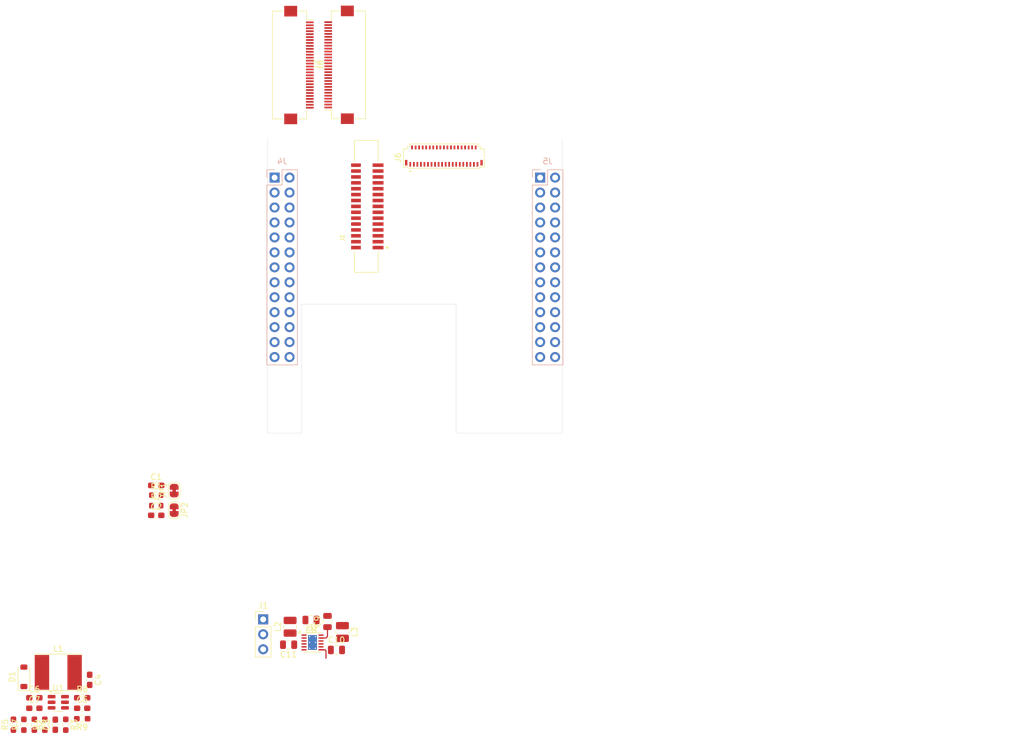
<source format=kicad_pcb>
(kicad_pcb (version 20241229) (generator "pcbnew") (generator_version "9.0")
  (title_block (title "ESP32P4 MIPI -30-40 adapter") (date "2025-08-25") (rev "Proto A") (company "Martin Roger"))
  (layers (0 "F.Cu" signal) (2 "B.Cu" signal) (13 "F.Paste" user) (15 "B.Paste" user) (5 "F.SilkS" user "F.Silkscreen") (7 "B.SilkS" user "B.Silkscreen") (1 "F.Mask" user) (3 "B.Mask" user) (25 "Edge.Cuts" user))
  (net 0 "")
  (net 1 "GND")
  (net 2 "+3.3V")
  (net 3 "Net-(C3-Pad1)")
  (net 4 "+5V")
  (net 5 "Net-(U1-CTRL)")
  (net 6 "/LEDA")
  (net 7 "/39-40Pin Bias Controller/Vin")
  (net 8 "/VDD(-5V)")
  (net 9 "/VDD(+5V)")
  (net 10 "/SCL")
  (net 11 "/SDA")
  (net 12 "/DSI_D0_P")
  (net 13 "/DSI_CLK_N")
  (net 14 "/DSI_D0_N")
  (net 15 "/DSI_CLK_P")
  (net 16 "/DSI_D1_N")
  (net 17 "/DSI_D1_P")
  (net 19 "/TP_RESET")
  (net 28 "/TP_INT")
  (net 34 "/RESET")
  (net 35 "/PWM")
  (net 39 "/TE")
  (net 40 "/BIAS_EN")
  (net 47 "/BL_CTRL")
  (net 52 "/LEDK")
  (net 55 "/MIPI_D2P")
  (net 56 "/MIPI_D2N")
  (net 60 "/MIPI_D3_P")
  (net 61 "/MIPI_D3_N")
  (net 62 "Net-(JP1-A)")
  (net 63 "Net-(JP2-A)")
  (net 64 "Net-(U2-SWP)")
  (net 65 "Net-(U2-SWN)")
  (net 66 "Net-(U1-FB)")
  (net 67 "Net-(U1-OV)")
  (net 68 "Net-(U1-SW)")
  (footprint "Capacitor_SMD:C_0603_1608Metric_Pad1.08x0.95mm_HandSolder" (layer "F.Cu") (at 101.077 108.89)
    (property "Reference" "C1" (at 0 -1.43 0) (layer "F.SilkS"))
    (property "Value" "100nF")
    (pad "1" smd roundrect (at -0.8625 0) (size 1.075 0.95) (layers "F.Cu" "F.Mask" "F.Paste") (net 2 "+3.3V"))
    (pad "2" smd roundrect (at 0.8625 0) (size 1.075 0.95) (layers "F.Cu" "F.Mask" "F.Paste") (net 1 "GND"))
  )
  (footprint "Resistor_SMD:R_0603_1608Metric_Pad0.98x0.95mm_HandSolder" (layer "F.Cu") (at 78.598 149.53 90)
    (property "Reference" "R7" (at 0 -1.43 90) (layer "F.SilkS"))
    (property "Value" "10")
    (pad "1" smd roundrect (at -0.9125 0 90) (size 0.975 0.95) (layers "F.Cu" "F.Mask" "F.Paste") (net 52 "/LEDK"))
    (pad "2" smd roundrect (at 0.9125 0 90) (size 0.975 0.95) (layers "F.Cu" "F.Mask" "F.Paste") (net 1 "GND"))
  )
  (footprint "Resistor_SMD:R_0603_1608Metric_Pad0.98x0.95mm_HandSolder" (layer "F.Cu") (at 80.376 149.53 -90)
    (property "Reference" "R6" (at 0 -1.43 90) (layer "F.SilkS"))
    (property "Value" "3k3")
    (pad "1" smd roundrect (at -0.9125 0 270) (size 0.975 0.95) (layers "F.Cu" "F.Mask" "F.Paste") (net 66 "Net-(U1-FB)"))
    (pad "2" smd roundrect (at 0.9125 0 270) (size 0.975 0.95) (layers "F.Cu" "F.Mask" "F.Paste") (net 52 "/LEDK"))
  )
  (footprint "Jumper:SolderJumper-2_P1.3mm_Bridged_RoundedPad1.0x1.5mm" (layer "F.Cu") (at 104.125 109.779 90)
    (property "Reference" "JP1" (at 0 -1.8 90) (layer "F.SilkS"))
    (property "Value" "SDA_P-UP")
    (fp_poly (pts (xy 0.25 -0.3) (xy -0.25 -0.3) (xy -0.25 0.3) (xy 0.25 0.3)) (fill yes) (layer "F.Cu"))
    (pad "1" smd custom (at -0.65 0 90) (size 1 0.5) (layers "F.Cu" "F.Mask") (net 62 "Net-(JP1-A)") (options (clearance outline) (anchor rect)) (primitives (gr_circle (center 0 0.25) (end 0.5 0.25) (width 0) (fill yes)) (gr_circle (center 0 -0.25) (end 0.5 -0.25) (width 0) (fill yes)) (gr_poly (pts (xy 0.5 0.75) (xy 0 0.75) (xy 0 -0.75) (xy 0.5 -0.75)) (width 0) (fill yes))))
    (pad "2" smd custom (at 0.65 0 90) (size 1 0.5) (layers "F.Cu" "F.Mask") (net 11 "/SDA") (options (clearance outline) (anchor rect)) (primitives (gr_circle (center 0 0.25) (end 0.5 0.25) (width 0) (fill yes)) (gr_circle (center 0 -0.25) (end 0.5 -0.25) (width 0) (fill yes)) (gr_poly (pts (xy 0 0.75) (xy -0.5 0.75) (xy -0.5 -0.75) (xy 0 -0.75)) (width 0) (fill yes))))
  )
  (footprint "Capacitor_SMD:C_0805_2012Metric" (layer "F.Cu") (at 130.16 132.004 90)
    (property "Reference" "C9" (at 0 -1.68 90) (layer "F.SilkS"))
    (property "Value" "100nF")
    (pad "1" smd roundrect (at -0.95 0 90) (size 1 1.45) (layers "F.Cu" "F.Mask" "F.Paste") (net 7 "/39-40Pin Bias Controller/Vin"))
    (pad "2" smd roundrect (at 0.95 0 90) (size 1 1.45) (layers "F.Cu" "F.Mask" "F.Paste") (net 1 "GND"))
  )
  (footprint "Package_TO_SOT_SMD:SOT-23-6" (layer "F.Cu") (at 84.44 145.72)
    (property "Reference" "U1" (at 0 -2.4 0) (layer "F.SilkS"))
    (property "Value" "AP3032KTR-G1")
    (pad "1" smd roundrect (at -1.1375 -0.95) (size 1.325 0.6) (layers "F.Cu" "F.Mask" "F.Paste") (net 68 "Net-(U1-SW)"))
    (pad "2" smd roundrect (at -1.1375 0) (size 1.325 0.6) (layers "F.Cu" "F.Mask" "F.Paste") (net 1 "GND"))
    (pad "3" smd roundrect (at -1.1375 0.95) (size 1.325 0.6) (layers "F.Cu" "F.Mask" "F.Paste") (net 66 "Net-(U1-FB)"))
    (pad "4" smd roundrect (at 1.1375 0.95) (size 1.325 0.6) (layers "F.Cu" "F.Mask" "F.Paste") (net 5 "Net-(U1-CTRL)"))
    (pad "5" smd roundrect (at 1.1375 0) (size 1.325 0.6) (layers "F.Cu" "F.Mask" "F.Paste") (net 67 "Net-(U1-OV)"))
    (pad "6" smd roundrect (at 1.1375 -0.95) (size 1.325 0.6) (layers "F.Cu" "F.Mask" "F.Paste") (net 4 "+5V"))
  )
  (footprint "Inductor_SMD:L_1008_2520Metric" (layer "F.Cu") (at 132.7 133.782 -90)
    (property "Reference" "L3" (at 0 -2.05 90) (layer "F.SilkS"))
    (property "Value" "4.7uH")
    (pad "1" smd roundrect (at -1.075 0 270) (size 1.25 2.2) (layers "F.Cu" "F.Mask" "F.Paste") (roundrect_rratio 0.2) (net 1 "GND"))
    (pad "2" smd roundrect (at 1.075 0 270) (size 1.25 2.2) (layers "F.Cu" "F.Mask" "F.Paste") (roundrect_rratio 0.2) (net 65 "Net-(U2-SWN)"))
  )
  (footprint "Connector_FFC-FPC:Hirose_FH12-30S-0.5SH_1x30-1MP_P0.50mm_Horizontal" (layer "F.Cu") (at 125.3105 37.493 -90)
    (property "Reference" "J8" (at 0 -3.7 90) (layer "F.SilkS"))
    (property "Value" "WS_30P")
    (pad "1" smd rect (at -7.25 -1.85 270) (size 0.3 1.3) (layers "F.Cu" "F.Mask" "F.Paste") (net 2 "+3.3V"))
    (pad "2" smd rect (at -6.75 -1.85 270) (size 0.3 1.3) (layers "F.Cu" "F.Mask" "F.Paste") (net 2 "+3.3V"))
    (pad "3" smd rect (at -6.25 -1.85 270) (size 0.3 1.3) (layers "F.Cu" "F.Mask" "F.Paste") (net 19 "/TP_RESET"))
    (pad "4" smd rect (at -5.75 -1.85 270) (size 0.3 1.3) (layers "F.Cu" "F.Mask" "F.Paste") (net 10 "/SCL"))
    (pad "5" smd rect (at -5.25 -1.85 270) (size 0.3 1.3) (layers "F.Cu" "F.Mask" "F.Paste") (net 11 "/SDA"))
    (pad "6" smd rect (at -4.75 -1.85 270) (size 0.3 1.3) (layers "F.Cu" "F.Mask" "F.Paste") (net 28 "/TP_INT"))
    (pad "7" smd rect (at -4.25 -1.85 270) (size 0.3 1.3) (layers "F.Cu" "F.Mask" "F.Paste") (net 1 "GND"))
    (pad "8" smd rect (at -3.75 -1.85 270) (size 0.3 1.3) (layers "F.Cu" "F.Mask" "F.Paste") (net 61 "/MIPI_D3_N"))
    (pad "9" smd rect (at -3.25 -1.85 270) (size 0.3 1.3) (layers "F.Cu" "F.Mask" "F.Paste") (net 60 "/MIPI_D3_P"))
    (pad "10" smd rect (at -2.75 -1.85 270) (size 0.3 1.3) (layers "F.Cu" "F.Mask" "F.Paste") (net 1 "GND"))
    (pad "11" smd rect (at -2.25 -1.85 270) (size 0.3 1.3) (layers "F.Cu" "F.Mask" "F.Paste") (net 56 "/MIPI_D2N"))
    (pad "12" smd rect (at -1.75 -1.85 270) (size 0.3 1.3) (layers "F.Cu" "F.Mask" "F.Paste") (net 55 "/MIPI_D2P"))
    (pad "13" smd rect (at -1.25 -1.85 270) (size 0.3 1.3) (layers "F.Cu" "F.Mask" "F.Paste") (net 1 "GND"))
    (pad "14" smd rect (at -0.75 -1.85 270) (size 0.3 1.3) (layers "F.Cu" "F.Mask" "F.Paste") (net 13 "/DSI_CLK_N"))
    (pad "15" smd rect (at -0.25 -1.85 270) (size 0.3 1.3) (layers "F.Cu" "F.Mask" "F.Paste") (net 15 "/DSI_CLK_P"))
    (pad "16" smd rect (at 0.25 -1.85 270) (size 0.3 1.3) (layers "F.Cu" "F.Mask" "F.Paste") (net 1 "GND"))
    (pad "17" smd rect (at 0.75 -1.85 270) (size 0.3 1.3) (layers "F.Cu" "F.Mask" "F.Paste") (net 16 "/DSI_D1_N"))
    (pad "18" smd rect (at 1.25 -1.85 270) (size 0.3 1.3) (layers "F.Cu" "F.Mask" "F.Paste") (net 17 "/DSI_D1_P"))
    (pad "19" smd rect (at 1.75 -1.85 270) (size 0.3 1.3) (layers "F.Cu" "F.Mask" "F.Paste") (net 1 "GND"))
    (pad "20" smd rect (at 2.25 -1.85 270) (size 0.3 1.3) (layers "F.Cu" "F.Mask" "F.Paste") (net 14 "/DSI_D0_N"))
    (pad "21" smd rect (at 2.75 -1.85 270) (size 0.3 1.3) (layers "F.Cu" "F.Mask" "F.Paste") (net 12 "/DSI_D0_P"))
    (pad "22" smd rect (at 3.25 -1.85 270) (size 0.3 1.3) (layers "F.Cu" "F.Mask" "F.Paste") (net 1 "GND"))
    (pad "23" smd rect (at 3.75 -1.85 270) (size 0.3 1.3) (layers "F.Cu" "F.Mask" "F.Paste") (net 35 "/PWM"))
    (pad "24" smd rect (at 4.25 -1.85 270) (size 0.3 1.3) (layers "F.Cu" "F.Mask" "F.Paste") (net 39 "/TE"))
    (pad "25" smd rect (at 4.75 -1.85 270) (size 0.3 1.3) (layers "F.Cu" "F.Mask" "F.Paste") (net 34 "/RESET"))
    (pad "26" smd rect (at 5.25 -1.85 270) (size 0.3 1.3) (layers "F.Cu" "F.Mask" "F.Paste") (net 2 "+3.3V"))
    (pad "27" smd rect (at 5.75 -1.85 270) (size 0.3 1.3) (layers "F.Cu" "F.Mask" "F.Paste") (net 2 "+3.3V"))
    (pad "28" smd rect (at 6.25 -1.85 270) (size 0.3 1.3) (layers "F.Cu" "F.Mask" "F.Paste") (net 52 "/LEDK"))
    (pad "29" smd rect (at 6.75 -1.85 270) (size 0.3 1.3) (layers "F.Cu" "F.Mask" "F.Paste") (net 52 "/LEDK"))
    (pad "30" smd rect (at 7.25 -1.85 270) (size 0.3 1.3) (layers "F.Cu" "F.Mask" "F.Paste") (net 6 "/LEDA"))
    (pad "MP" smd rect (at -9.15 1.4 270) (size 1.8 2.2) (layers "F.Cu" "F.Mask" "F.Paste") (net 1 "GND"))
    (pad "MP" smd rect (at 9.15 1.4 270) (size 1.8 2.2) (layers "F.Cu" "F.Mask" "F.Paste") (net 1 "GND"))
  )
  (footprint "Inductor_SMD:L_Taiyo-Yuden_NR-60xx_HandSoldering" (layer "F.Cu") (at 84.44 140.64)
    (property "Reference" "L1" (at 0 -4 0) (layer "F.SilkS"))
    (property "Value" "15uH")
    (pad "1" smd rect (at -2.775 0) (size 2.45 5.9) (layers "F.Cu" "F.Mask" "F.Paste") (net 68 "Net-(U1-SW)"))
    (pad "2" smd rect (at 2.775 0) (size 2.45 5.9) (layers "F.Cu" "F.Mask" "F.Paste") (net 4 "+5V"))
  )
  (footprint "Connector_FFC-FPC:Hirose_FH26-39S-0.3SHW_2Rows-39Pins-1MP_P0.60mm_Horizontal" (layer "F.Cu") (at 149.928 52.961 90)
    (property "Reference" "J6" (at -0.27 -7.8 90) (layer "F.SilkS"))
    (property "Value" "39Pin FPC")
    (pad "1" smd rect (at -1.4 -5.7 90) (size 0.8 0.3) (layers "F.Cu" "F.Mask" "F.Paste") (net 1 "GND"))
    (pad "2" smd rect (at 1.475 -5.4 90) (size 0.65 0.3) (layers "F.Cu" "F.Mask" "F.Paste") (net 6 "/LEDA"))
    (pad "3" smd rect (at -1.4 -5.1 90) (size 0.8 0.3) (layers "F.Cu" "F.Mask" "F.Paste") (net 6 "/LEDA"))
    (pad "4" smd rect (at 1.475 -4.8 90) (size 0.65 0.3) (layers "F.Cu" "F.Mask" "F.Paste") (net 52 "/LEDK"))
    (pad "5" smd rect (at -1.4 -4.5 90) (size 0.8 0.3) (layers "F.Cu" "F.Mask" "F.Paste") (net 52 "/LEDK"))
    (pad "6" smd rect (at 1.475 -4.2 90) (size 0.65 0.3) (layers "F.Cu" "F.Mask" "F.Paste") (net 1 "GND"))
    (pad "7" smd rect (at -1.4 -3.9 90) (size 0.8 0.3) (layers "F.Cu" "F.Mask" "F.Paste") (net 8 "/VDD(-5V)"))
    (pad "8" smd rect (at 1.475 -3.6 90) (size 0.65 0.3) (layers "F.Cu" "F.Mask" "F.Paste") (net 8 "/VDD(-5V)"))
    (pad "9" smd rect (at -1.4 -3.3 90) (size 0.8 0.3) (layers "F.Cu" "F.Mask" "F.Paste") (net 1 "GND"))
    (pad "10" smd rect (at 1.475 -3 90) (size 0.65 0.3) (layers "F.Cu" "F.Mask" "F.Paste") (net 9 "/VDD(+5V)"))
    (pad "11" smd rect (at -1.4 -2.7 90) (size 0.8 0.3) (layers "F.Cu" "F.Mask" "F.Paste") (net 9 "/VDD(+5V)"))
    (pad "12" smd rect (at 1.475 -2.4 90) (size 0.65 0.3) (layers "F.Cu" "F.Mask" "F.Paste") (net 1 "GND"))
    (pad "13" smd rect (at -1.4 -2.1 90) (size 0.8 0.3) (layers "F.Cu" "F.Mask" "F.Paste") (net 2 "+3.3V"))
    (pad "14" smd rect (at 1.475 -1.8 90) (size 0.65 0.3) (layers "F.Cu" "F.Mask" "F.Paste") (net 2 "+3.3V"))
    (pad "15" smd rect (at -1.4 -1.5 90) (size 0.8 0.3) (layers "F.Cu" "F.Mask" "F.Paste") (net 1 "GND"))
    (pad "16" smd rect (at 1.475 -1.2 90) (size 0.65 0.3) (layers "F.Cu" "F.Mask" "F.Paste") (net 34 "/RESET"))
    (pad "17" smd rect (at -1.4 -0.9 90) (size 0.8 0.3) (layers "F.Cu" "F.Mask" "F.Paste") (net 1 "GND"))
    (pad "18" smd rect (at 1.475 -0.6 90) (size 0.65 0.3) (layers "F.Cu" "F.Mask" "F.Paste") (net 39 "/TE"))
    (pad "19" smd rect (at -1.4 -0.3 90) (size 0.8 0.3) (layers "F.Cu" "F.Mask" "F.Paste") (net 1 "GND"))
    (pad "20" smd rect (at 1.475 0 90) (size 0.65 0.3) (layers "F.Cu" "F.Mask" "F.Paste"))
    (pad "21" smd rect (at -1.4 0.3 90) (size 0.8 0.3) (layers "F.Cu" "F.Mask" "F.Paste"))
    (pad "22" smd rect (at 1.475 0.6 90) (size 0.65 0.3) (layers "F.Cu" "F.Mask" "F.Paste"))
    (pad "23" smd rect (at -1.4 0.9 90) (size 0.8 0.3) (layers "F.Cu" "F.Mask" "F.Paste") (net 1 "GND"))
    (pad "24" smd rect (at 1.475 1.2 90) (size 0.65 0.3) (layers "F.Cu" "F.Mask" "F.Paste") (net 55 "/MIPI_D2P"))
    (pad "25" smd rect (at -1.4 1.5 90) (size 0.8 0.3) (layers "F.Cu" "F.Mask" "F.Paste"))
    (pad "26" smd rect (at 1.475 1.8 90) (size 0.65 0.3) (layers "F.Cu" "F.Mask" "F.Paste") (net 56 "/MIPI_D2N"))
    (pad "27" smd rect (at -1.4 2.1 90) (size 0.8 0.3) (layers "F.Cu" "F.Mask" "F.Paste") (net 1 "GND"))
    (pad "28" smd rect (at 1.475 2.4 90) (size 0.65 0.3) (layers "F.Cu" "F.Mask" "F.Paste") (net 15 "/DSI_CLK_P"))
    (pad "29" smd rect (at -1.4 2.7 90) (size 0.8 0.3) (layers "F.Cu" "F.Mask" "F.Paste"))
    (pad "30" smd rect (at 1.475 3 90) (size 0.65 0.3) (layers "F.Cu" "F.Mask" "F.Paste") (net 13 "/DSI_CLK_N"))
    (pad "31" smd rect (at -1.4 3.3 90) (size 0.8 0.3) (layers "F.Cu" "F.Mask" "F.Paste") (net 1 "GND"))
    (pad "32" smd rect (at 1.475 3.6 90) (size 0.65 0.3) (layers "F.Cu" "F.Mask" "F.Paste") (net 17 "/DSI_D1_P"))
    (pad "33" smd rect (at -1.4 3.9 90) (size 0.8 0.3) (layers "F.Cu" "F.Mask" "F.Paste"))
    (pad "34" smd rect (at 1.475 4.2 90) (size 0.65 0.3) (layers "F.Cu" "F.Mask" "F.Paste") (net 16 "/DSI_D1_N"))
    (pad "35" smd rect (at -1.4 4.5 90) (size 0.8 0.3) (layers "F.Cu" "F.Mask" "F.Paste") (net 1 "GND"))
    (pad "36" smd rect (at 1.475 4.8 90) (size 0.65 0.3) (layers "F.Cu" "F.Mask" "F.Paste") (net 12 "/DSI_D0_P"))
    (pad "37" smd rect (at -1.4 5.1 90) (size 0.8 0.3) (layers "F.Cu" "F.Mask" "F.Paste"))
    (pad "38" smd rect (at 1.475 5.4 90) (size 0.65 0.3) (layers "F.Cu" "F.Mask" "F.Paste") (net 14 "/DSI_D0_N"))
    (pad "39" smd rect (at -1.4 5.7 90) (size 0.8 0.3) (layers "F.Cu" "F.Mask" "F.Paste") (net 1 "GND"))
    (pad "MP" smd rect (at -1.125 -6.4 90) (size 0.95 0.4) (layers "F.Cu" "F.Mask" "F.Paste") (net 1 "GND"))
    (pad "MP" smd rect (at -1.125 6.4 90) (size 0.95 0.4) (layers "F.Cu" "F.Mask" "F.Paste") (net 1 "GND"))
  )
  (footprint "Capacitor_SMD:C_0603_1608Metric_Pad1.08x0.95mm_HandSolder" (layer "F.Cu") (at 83.932 149.53 90)
    (property "Reference" "C3" (at 0 -1.43 90) (layer "F.SilkS"))
    (property "Value" "100nF")
    (pad "1" smd roundrect (at -0.8625 0 90) (size 1.075 0.95) (layers "F.Cu" "F.Mask" "F.Paste") (net 3 "Net-(C3-Pad1)"))
    (pad "2" smd roundrect (at 0.8625 0 90) (size 1.075 0.95) (layers "F.Cu" "F.Mask" "F.Paste") (net 1 "GND"))
  )
  (footprint "Resistor_SMD:R_0603_1608Metric_Pad0.98x0.95mm_HandSolder" (layer "F.Cu") (at 88.504 148.514 180)
    (property "Reference" "R9" (at 0 -1.43 0) (layer "F.SilkS"))
    (property "Value" "100k")
    (pad "1" smd roundrect (at -0.9125 0 180) (size 0.975 0.95) (layers "F.Cu" "F.Mask" "F.Paste") (net 2 "+3.3V"))
    (pad "2" smd roundrect (at 0.9125 0 180) (size 0.975 0.95) (layers "F.Cu" "F.Mask" "F.Paste") (net 5 "Net-(U1-CTRL)"))
  )
  (footprint "Capacitor_SMD:C_0603_1608Metric_Pad1.08x0.95mm_HandSolder" (layer "F.Cu") (at 101.077 113.97)
    (property "Reference" "C2" (at 0 -1.43 0) (layer "F.SilkS"))
    (property "Value" "10uF")
    (pad "1" smd roundrect (at -0.8625 0) (size 1.075 0.95) (layers "F.Cu" "F.Mask" "F.Paste") (net 2 "+3.3V"))
    (pad "2" smd roundrect (at 0.8625 0) (size 1.075 0.95) (layers "F.Cu" "F.Mask" "F.Paste") (net 1 "GND"))
  )
  (footprint "Package_SON:WSON-12-1EP_3x3mm_P0.5mm_EP1.5x2.5mm_ThermalVias" (layer "F.Cu") (at 127.62 135.56)
    (property "Reference" "U2" (at 0 -2.45 0) (layer "F.SilkS"))
    (property "Value" "TPS65133DPDR")
    (pad "1" smd roundrect (at -1.4375 -1.25) (size 0.875 0.25) (layers "F.Cu" "F.Mask" "F.Paste") (net 64 "Net-(U2-SWP)"))
    (pad "2" smd roundrect (at -1.4375 -0.75) (size 0.875 0.25) (layers "F.Cu" "F.Mask" "F.Paste") (net 1 "GND"))
    (pad "3" smd roundrect (at -1.4375 -0.25) (size 0.875 0.25) (layers "F.Cu" "F.Mask" "F.Paste") (net 9 "/VDD(+5V)"))
    (pad "4" smd roundrect (at -1.4375 0.25) (size 0.875 0.25) (layers "F.Cu" "F.Mask" "F.Paste") (net 1 "GND"))
    (pad "5" smd roundrect (at -1.4375 0.75) (size 0.875 0.25) (layers "F.Cu" "F.Mask" "F.Paste") (net 1 "GND"))
    (pad "6" smd roundrect (at -1.4375 1.25) (size 0.875 0.25) (layers "F.Cu" "F.Mask" "F.Paste") (net 1 "GND"))
    (pad "7" smd roundrect (at 1.4375 1.25) (size 0.875 0.25) (layers "F.Cu" "F.Mask" "F.Paste") (net 40 "/BIAS_EN"))
    (pad "8" smd roundrect (at 1.4375 0.75) (size 0.875 0.25) (layers "F.Cu" "F.Mask" "F.Paste") (net 1 "GND"))
    (pad "9" smd roundrect (at 1.4375 0.25) (size 0.875 0.25) (layers "F.Cu" "F.Mask" "F.Paste") (net 8 "/VDD(-5V)"))
    (pad "10" smd roundrect (at 1.4375 -0.25) (size 0.875 0.25) (layers "F.Cu" "F.Mask" "F.Paste") (net 65 "Net-(U2-SWN)"))
    (pad "11" smd roundrect (at 1.4375 -0.75) (size 0.875 0.25) (layers "F.Cu" "F.Mask" "F.Paste") (net 7 "/39-40Pin Bias Controller/Vin"))
    (pad "12" smd roundrect (at 1.4375 -1.25) (size 0.875 0.25) (layers "F.Cu" "F.Mask" "F.Paste") (net 7 "/39-40Pin Bias Controller/Vin"))
    (pad "13" thru_hole circle (at -0.5 -1) (size 0.5 0.5) (drill 0.2) (property pad_prop_heatsink) (layers "*.Cu") (net 1 "GND"))
    (pad "13" thru_hole circle (at -0.5 0) (size 0.5 0.5) (drill 0.2) (property pad_prop_heatsink) (layers "*.Cu") (net 1 "GND"))
    (pad "13" thru_hole circle (at -0.5 1) (size 0.5 0.5) (drill 0.2) (property pad_prop_heatsink) (layers "*.Cu") (net 1 "GND"))
    (pad "13" smd rect (at 0 0) (size 1.5 2.5) (property pad_prop_heatsink) (layers "F.Cu" "F.Mask") (net 1 "GND"))
    (pad "13" smd rect (at 0 0) (size 1.5 2.5) (property pad_prop_heatsink) (layers "B.Cu") (net 1 "GND"))
    (pad "13" thru_hole circle (at 0.5 -1) (size 0.5 0.5) (drill 0.2) (property pad_prop_heatsink) (layers "*.Cu") (net 1 "GND"))
    (pad "13" thru_hole circle (at 0.5 0) (size 0.5 0.5) (drill 0.2) (property pad_prop_heatsink) (layers "*.Cu") (net 1 "GND"))
    (pad "13" thru_hole circle (at 0.5 1) (size 0.5 0.5) (drill 0.2) (property pad_prop_heatsink) (layers "*.Cu") (net 1 "GND"))
  )
  (footprint "VXDash_connectors:TE_1-1734248-5" (layer "F.Cu") (at 136.725 61.5 90)
    (property "Reference" "J2" (at -5.37339 -4.010418 90) (layer "F.SilkS") (effects (font (size 0.640643 0.640643))))
    (property "Value" "MIPI DSI")
    (pad "1" smd rect (at -7 2.025 90) (size 0.6 1.85) (layers "F.Cu" "F.Mask" "F.Paste") (net 1 "GND"))
    (pad "1_1" smd rect (at -7 -1.725 90) (size 0.6 1.65) (layers "F.Cu" "F.Mask" "F.Paste") (net 1 "GND"))
    (pad "2" smd rect (at -6 2.025 90) (size 0.6 1.85) (layers "F.Cu" "F.Mask" "F.Paste") (net 16 "/DSI_D1_N"))
    (pad "2_1" smd rect (at -6 -1.725 90) (size 0.6 1.65) (layers "F.Cu" "F.Mask" "F.Paste") (net 16 "/DSI_D1_N"))
    (pad "3" smd rect (at -5 2.025 90) (size 0.6 1.85) (layers "F.Cu" "F.Mask" "F.Paste") (net 17 "/DSI_D1_P"))
    (pad "3_1" smd rect (at -5 -1.725 90) (size 0.6 1.65) (layers "F.Cu" "F.Mask" "F.Paste") (net 17 "/DSI_D1_P"))
    (pad "4" smd rect (at -4 2.025 90) (size 0.6 1.85) (layers "F.Cu" "F.Mask" "F.Paste") (net 1 "GND"))
    (pad "4_1" smd rect (at -4 -1.725 90) (size 0.6 1.65) (layers "F.Cu" "F.Mask" "F.Paste") (net 1 "GND"))
    (pad "5" smd rect (at -3 2.025 90) (size 0.6 1.85) (layers "F.Cu" "F.Mask" "F.Paste") (net 13 "/DSI_CLK_N"))
    (pad "5_1" smd rect (at -3 -1.725 90) (size 0.6 1.65) (layers "F.Cu" "F.Mask" "F.Paste") (net 13 "/DSI_CLK_N"))
    (pad "6" smd rect (at -2 2.025 90) (size 0.6 1.85) (layers "F.Cu" "F.Mask" "F.Paste") (net 15 "/DSI_CLK_P"))
    (pad "6_1" smd rect (at -2 -1.725 90) (size 0.6 1.65) (layers "F.Cu" "F.Mask" "F.Paste") (net 15 "/DSI_CLK_P"))
    (pad "7" smd rect (at -1 2.025 90) (size 0.6 1.85) (layers "F.Cu" "F.Mask" "F.Paste") (net 1 "GND"))
    (pad "7_1" smd rect (at -1 -1.725 90) (size 0.6 1.65) (layers "F.Cu" "F.Mask" "F.Paste") (net 1 "GND"))
    (pad "8" smd rect (at 0 2.025 90) (size 0.6 1.85) (layers "F.Cu" "F.Mask" "F.Paste") (net 14 "/DSI_D0_N"))
    (pad "8_1" smd rect (at 0 -1.725 90) (size 0.6 1.65) (layers "F.Cu" "F.Mask" "F.Paste") (net 14 "/DSI_D0_N"))
    (pad "9" smd rect (at 1 2.025 90) (size 0.6 1.85) (layers "F.Cu" "F.Mask" "F.Paste") (net 12 "/DSI_D0_P"))
    (pad "9_1" smd rect (at 1 -1.725 90) (size 0.6 1.65) (layers "F.Cu" "F.Mask" "F.Paste") (net 12 "/DSI_D0_P"))
    (pad "10" smd rect (at 2 2.025 90) (size 0.6 1.85) (layers "F.Cu" "F.Mask" "F.Paste") (net 1 "GND"))
    (pad "10_1" smd rect (at 2 -1.725 90) (size 0.6 1.65) (layers "F.Cu" "F.Mask" "F.Paste") (net 1 "GND"))
    (pad "11" smd rect (at 3 2.025 90) (size 0.6 1.85) (layers "F.Cu" "F.Mask" "F.Paste") (net 10 "/SCL"))
    (pad "11_1" smd rect (at 3 -1.725 90) (size 0.6 1.65) (layers "F.Cu" "F.Mask" "F.Paste") (net 10 "/SCL"))
    (pad "12" smd rect (at 4 2.025 90) (size 0.6 1.85) (layers "F.Cu" "F.Mask" "F.Paste") (net 11 "/SDA"))
    (pad "12_1" smd rect (at 4 -1.725 90) (size 0.6 1.65) (layers "F.Cu" "F.Mask" "F.Paste") (net 11 "/SDA"))
    (pad "13" smd rect (at 5 2.025 90) (size 0.6 1.85) (layers "F.Cu" "F.Mask" "F.Paste") (net 1 "GND"))
    (pad "13_1" smd rect (at 5 -1.725 90) (size 0.6 1.65) (layers "F.Cu" "F.Mask" "F.Paste") (net 1 "GND"))
    (pad "14" smd rect (at 6 2.025 90) (size 0.6 1.85) (layers "F.Cu" "F.Mask" "F.Paste") (net 2 "+3.3V"))
    (pad "14_1" smd rect (at 6 -1.725 90) (size 0.6 1.65) (layers "F.Cu" "F.Mask" "F.Paste") (net 2 "+3.3V"))
    (pad "15" smd rect (at 7 2.025 90) (size 0.6 1.85) (layers "F.Cu" "F.Mask" "F.Paste") (net 2 "+3.3V"))
    (pad "15_1" smd rect (at 7 -1.725 90) (size 0.6 1.65) (layers "F.Cu" "F.Mask" "F.Paste") (net 2 "+3.3V"))
  )
  (footprint "Capacitor_SMD:C_0603_1608Metric_Pad1.08x0.95mm_HandSolder" (layer "F.Cu") (at 80.376 144.958)
    (property "Reference" "C6" (at 0 -1.43 0) (layer "F.SilkS"))
    (property "Value" "10uF")
    (pad "1" smd roundrect (at -0.8625 0) (size 1.075 0.95) (layers "F.Cu" "F.Mask" "F.Paste") (net 6 "/LEDA"))
    (pad "2" smd roundrect (at 0.8625 0) (size 1.075 0.95) (layers "F.Cu" "F.Mask" "F.Paste") (net 1 "GND"))
  )
  (footprint "Resistor_SMD:R_0603_1608Metric_Pad0.98x0.95mm_HandSolder" (layer "F.Cu") (at 76.82 149.53 90)
    (property "Reference" "R5" (at 0 -1.43 90) (layer "F.SilkS"))
    (property "Value" "10")
    (pad "1" smd roundrect (at -0.9125 0 90) (size 0.975 0.95) (layers "F.Cu" "F.Mask" "F.Paste") (net 52 "/LEDK"))
    (pad "2" smd roundrect (at 0.9125 0 90) (size 0.975 0.95) (layers "F.Cu" "F.Mask" "F.Paste") (net 1 "GND"))
  )
  (footprint "Resistor_SMD:R_0603_1608Metric_Pad0.98x0.95mm_HandSolder" (layer "F.Cu") (at 82.154 149.53 90)
    (property "Reference" "R4" (at 0 -1.43 90) (layer "F.SilkS"))
    (property "Value" "30k")
    (pad "1" smd roundrect (at -0.9125 0 90) (size 0.975 0.95) (layers "F.Cu" "F.Mask" "F.Paste") (net 3 "Net-(C3-Pad1)"))
    (pad "2" smd roundrect (at 0.9125 0 90) (size 0.975 0.95) (layers "F.Cu" "F.Mask" "F.Paste") (net 66 "Net-(U1-FB)"))
  )
  (footprint "Connector_FFC-FPC:Hirose_FH12-30S-0.5SH_1x30-1MP_P0.50mm_Horizontal" (layer "F.Cu") (at 132.137 37.456 90)
    (property "Reference" "J7" (at 0 -3.7 90) (layer "F.SilkS"))
    (property "Value" "WS_30P_rev")
    (pad "1" smd rect (at -7.25 -1.85 90) (size 0.3 1.3) (layers "F.Cu" "F.Mask" "F.Paste") (net 6 "/LEDA"))
    (pad "2" smd rect (at -6.75 -1.85 90) (size 0.3 1.3) (layers "F.Cu" "F.Mask" "F.Paste") (net 52 "/LEDK"))
    (pad "3" smd rect (at -6.25 -1.85 90) (size 0.3 1.3) (layers "F.Cu" "F.Mask" "F.Paste") (net 52 "/LEDK"))
    (pad "4" smd rect (at -5.75 -1.85 90) (size 0.3 1.3) (layers "F.Cu" "F.Mask" "F.Paste") (net 2 "+3.3V"))
    (pad "5" smd rect (at -5.25 -1.85 90) (size 0.3 1.3) (layers "F.Cu" "F.Mask" "F.Paste") (net 2 "+3.3V"))
    (pad "6" smd rect (at -4.75 -1.85 90) (size 0.3 1.3) (layers "F.Cu" "F.Mask" "F.Paste") (net 34 "/RESET"))
    (pad "7" smd rect (at -4.25 -1.85 90) (size 0.3 1.3) (layers "F.Cu" "F.Mask" "F.Paste") (net 39 "/TE"))
    (pad "8" smd rect (at -3.75 -1.85 90) (size 0.3 1.3) (layers "F.Cu" "F.Mask" "F.Paste") (net 35 "/PWM"))
    (pad "9" smd rect (at -3.25 -1.85 90) (size 0.3 1.3) (layers "F.Cu" "F.Mask" "F.Paste") (net 1 "GND"))
    (pad "10" smd rect (at -2.75 -1.85 90) (size 0.3 1.3) (layers "F.Cu" "F.Mask" "F.Paste") (net 12 "/DSI_D0_P"))
    (pad "11" smd rect (at -2.25 -1.85 90) (size 0.3 1.3) (layers "F.Cu" "F.Mask" "F.Paste") (net 14 "/DSI_D0_N"))
    (pad "12" smd rect (at -1.75 -1.85 90) (size 0.3 1.3) (layers "F.Cu" "F.Mask" "F.Paste") (net 1 "GND"))
    (pad "13" smd rect (at -1.25 -1.85 90) (size 0.3 1.3) (layers "F.Cu" "F.Mask" "F.Paste") (net 17 "/DSI_D1_P"))
    (pad "14" smd rect (at -0.75 -1.85 90) (size 0.3 1.3) (layers "F.Cu" "F.Mask" "F.Paste") (net 16 "/DSI_D1_N"))
    (pad "15" smd rect (at -0.25 -1.85 90) (size 0.3 1.3) (layers "F.Cu" "F.Mask" "F.Paste") (net 1 "GND"))
    (pad "16" smd rect (at 0.25 -1.85 90) (size 0.3 1.3) (layers "F.Cu" "F.Mask" "F.Paste") (net 15 "/DSI_CLK_P"))
    (pad "17" smd rect (at 0.75 -1.85 90) (size 0.3 1.3) (layers "F.Cu" "F.Mask" "F.Paste") (net 13 "/DSI_CLK_N"))
    (pad "18" smd rect (at 1.25 -1.85 90) (size 0.3 1.3) (layers "F.Cu" "F.Mask" "F.Paste") (net 1 "GND"))
    (pad "19" smd rect (at 1.75 -1.85 90) (size 0.3 1.3) (layers "F.Cu" "F.Mask" "F.Paste") (net 55 "/MIPI_D2P"))
    (pad "20" smd rect (at 2.25 -1.85 90) (size 0.3 1.3) (layers "F.Cu" "F.Mask" "F.Paste") (net 56 "/MIPI_D2N"))
    (pad "21" smd rect (at 2.75 -1.85 90) (size 0.3 1.3) (layers "F.Cu" "F.Mask" "F.Paste") (net 1 "GND"))
    (pad "22" smd rect (at 3.25 -1.85 90) (size 0.3 1.3) (layers "F.Cu" "F.Mask" "F.Paste") (net 60 "/MIPI_D3_P"))
    (pad "23" smd rect (at 3.75 -1.85 90) (size 0.3 1.3) (layers "F.Cu" "F.Mask" "F.Paste") (net 61 "/MIPI_D3_N"))
    (pad "24" smd rect (at 4.25 -1.85 90) (size 0.3 1.3) (layers "F.Cu" "F.Mask" "F.Paste") (net 1 "GND"))
    (pad "25" smd rect (at 4.75 -1.85 90) (size 0.3 1.3) (layers "F.Cu" "F.Mask" "F.Paste") (net 28 "/TP_INT"))
    (pad "26" smd rect (at 5.25 -1.85 90) (size 0.3 1.3) (layers "F.Cu" "F.Mask" "F.Paste") (net 11 "/SDA"))
    (pad "27" smd rect (at 5.75 -1.85 90) (size 0.3 1.3) (layers "F.Cu" "F.Mask" "F.Paste") (net 10 "/SCL"))
    (pad "28" smd rect (at 6.25 -1.85 90) (size 0.3 1.3) (layers "F.Cu" "F.Mask" "F.Paste") (net 19 "/TP_RESET"))
    (pad "29" smd rect (at 6.75 -1.85 90) (size 0.3 1.3) (layers "F.Cu" "F.Mask" "F.Paste") (net 2 "+3.3V"))
    (pad "30" smd rect (at 7.25 -1.85 90) (size 0.3 1.3) (layers "F.Cu" "F.Mask" "F.Paste") (net 2 "+3.3V"))
    (pad "MP" smd rect (at -9.15 1.4 90) (size 1.8 2.2) (layers "F.Cu" "F.Mask" "F.Paste") (net 1 "GND"))
    (pad "MP" smd rect (at 9.15 1.4 90) (size 1.8 2.2) (layers "F.Cu" "F.Mask" "F.Paste") (net 1 "GND"))
  )
  (footprint "Diode_SMD:D_SOD-123" (layer "F.Cu") (at 78.598 141.402 90)
    (property "Reference" "D1" (at 0 -2 90) (layer "F.SilkS"))
    (property "Value" "1N5819HW-7-F")
    (pad "1" smd roundrect (at -1.65 0 90) (size 0.9 1.2) (layers "F.Cu" "F.Mask" "F.Paste") (net 6 "/LEDA"))
    (pad "2" smd roundrect (at 1.65 0 90) (size 0.9 1.2) (layers "F.Cu" "F.Mask" "F.Paste") (net 68 "Net-(U1-SW)"))
  )
  (footprint "Resistor_SMD:R_0603_1608Metric_Pad0.98x0.95mm_HandSolder" (layer "F.Cu") (at 85.71 149.53 -90)
    (property "Reference" "R3" (at 0 -1.43 90) (layer "F.SilkS"))
    (property "Value" "10k")
    (pad "1" smd roundrect (at -0.9125 0 270) (size 0.975 0.95) (layers "F.Cu" "F.Mask" "F.Paste") (net 47 "/BL_CTRL"))
    (pad "2" smd roundrect (at 0.9125 0 270) (size 0.975 0.95) (layers "F.Cu" "F.Mask" "F.Paste") (net 3 "Net-(C3-Pad1)"))
  )
  (footprint "Capacitor_SMD:C_0603_1608Metric_Pad1.08x0.95mm_HandSolder" (layer "F.Cu") (at 88.504 146.736)
    (property "Reference" "C5" (at 0 -1.43 0) (layer "F.SilkS"))
    (property "Value" "1uF")
    (pad "1" smd roundrect (at -0.8625 0) (size 1.075 0.95) (layers "F.Cu" "F.Mask" "F.Paste") (net 5 "Net-(U1-CTRL)"))
    (pad "2" smd roundrect (at 0.8625 0) (size 1.075 0.95) (layers "F.Cu" "F.Mask" "F.Paste") (net 1 "GND"))
  )
  (footprint "Resistor_SMD:R_0603_1608Metric_Pad0.98x0.95mm_HandSolder" (layer "F.Cu") (at 88.504 144.958)
    (property "Reference" "R8" (at 0 -1.43 0) (layer "F.SilkS"))
    (property "Value" "0")
    (pad "1" smd roundrect (at -0.9125 0) (size 0.975 0.95) (layers "F.Cu" "F.Mask" "F.Paste") (net 67 "Net-(U1-OV)"))
    (pad "2" smd roundrect (at 0.9125 0) (size 0.975 0.95) (layers "F.Cu" "F.Mask" "F.Paste") (net 6 "/LEDA"))
  )
  (footprint "Capacitor_SMD:C_0805_2012Metric" (layer "F.Cu") (at 123.556 135.941 180)
    (property "Reference" "C11" (at 0 -1.68 0) (layer "F.SilkS"))
    (property "Value" "10uF")
    (pad "1" smd roundrect (at -0.95 0 180) (size 1 1.45) (layers "F.Cu" "F.Mask" "F.Paste") (net 9 "/VDD(+5V)"))
    (pad "2" smd roundrect (at 0.95 0 180) (size 1 1.45) (layers "F.Cu" "F.Mask" "F.Paste") (net 1 "GND"))
  )
  (footprint "Resistor_SMD:R_0603_1608Metric" (layer "F.Cu") (at 101.077 112.319)
    (property "Reference" "R2" (at 0 -1.43 0) (layer "F.SilkS"))
    (property "Value" "4k7")
    (pad "1" smd roundrect (at -0.825 0) (size 0.8 0.95) (layers "F.Cu" "F.Mask" "F.Paste") (net 2 "+3.3V"))
    (pad "2" smd roundrect (at 0.825 0) (size 0.8 0.95) (layers "F.Cu" "F.Mask" "F.Paste") (net 63 "Net-(JP2-A)"))
  )
  (footprint "Inductor_SMD:L_1008_2520Metric" (layer "F.Cu") (at 123.81 132.893 90)
    (property "Reference" "L2" (at 0 -2.05 90) (layer "F.SilkS"))
    (property "Value" "4.7uH")
    (pad "1" smd roundrect (at -1.075 0 90) (size 1.25 2.2) (layers "F.Cu" "F.Mask" "F.Paste") (roundrect_rratio 0.2) (net 64 "Net-(U2-SWP)"))
    (pad "2" smd roundrect (at 1.075 0 90) (size 1.25 2.2) (layers "F.Cu" "F.Mask" "F.Paste") (roundrect_rratio 0.2) (net 7 "/39-40Pin Bias Controller/Vin"))
  )
  (footprint "Resistor_SMD:R_0603_1608Metric" (layer "F.Cu") (at 101.077 110.541)
    (property "Reference" "R1" (at 0 -1.43 0) (layer "F.SilkS"))
    (property "Value" "4k7")
    (pad "1" smd roundrect (at -0.825 0) (size 0.8 0.95) (layers "F.Cu" "F.Mask" "F.Paste") (net 2 "+3.3V"))
    (pad "2" smd roundrect (at 0.825 0) (size 0.8 0.95) (layers "F.Cu" "F.Mask" "F.Paste") (net 62 "Net-(JP1-A)"))
  )
  (footprint "Jumper:SolderJumper-2_P1.3mm_Bridged_RoundedPad1.0x1.5mm" (layer "F.Cu") (at 104.125 113.096 -90)
    (property "Reference" "JP2" (at 0 -1.8 90) (layer "F.SilkS"))
    (property "Value" "SCL_P-UP")
    (fp_poly (pts (xy 0.25 -0.3) (xy -0.25 -0.3) (xy -0.25 0.3) (xy 0.25 0.3)) (fill yes) (layer "F.Cu"))
    (pad "1" smd custom (at -0.65 0 270) (size 1 0.5) (layers "F.Cu" "F.Mask") (net 63 "Net-(JP2-A)") (options (clearance outline) (anchor rect)) (primitives (gr_circle (center 0 0.25) (end 0.5 0.25) (width 0) (fill yes)) (gr_circle (center 0 -0.25) (end 0.5 -0.25) (width 0) (fill yes)) (gr_poly (pts (xy 0.5 0.75) (xy 0 0.75) (xy 0 -0.75) (xy 0.5 -0.75)) (width 0) (fill yes))))
    (pad "2" smd custom (at 0.65 0 270) (size 1 0.5) (layers "F.Cu" "F.Mask") (net 10 "/SCL") (options (clearance outline) (anchor rect)) (primitives (gr_circle (center 0 0.25) (end 0.5 0.25) (width 0) (fill yes)) (gr_circle (center 0 -0.25) (end 0.5 -0.25) (width 0) (fill yes)) (gr_poly (pts (xy 0 0.75) (xy -0.5 0.75) (xy -0.5 -0.75) (xy 0 -0.75)) (width 0) (fill yes))))
  )
  (footprint "Connector_PinHeader_2.54mm:PinHeader_1x03_P2.54mm_Vertical" (layer "F.Cu") (at 119.238 131.638)
    (property "Reference" "J1" (at 0 -2.33 0) (layer "F.SilkS"))
    (property "Value" "Sel_VCC")
    (pad "1" thru_hole rect (at 0 0) (size 1.7 1.7) (drill 1) (layers "*.Cu" "*.Mask") (net 2 "+3.3V"))
    (pad "2" thru_hole oval (at 0 2.54) (size 1.7 1.7) (drill 1) (layers "*.Cu" "*.Mask") (net 7 "/39-40Pin Bias Controller/Vin"))
    (pad "3" thru_hole oval (at 0 5.08) (size 1.7 1.7) (drill 1) (layers "*.Cu" "*.Mask") (net 4 "+5V"))
  )
  (footprint "Capacitor_SMD:C_0603_1608Metric_Pad1.08x0.95mm_HandSolder" (layer "F.Cu") (at 89.774 141.91 -90)
    (property "Reference" "C4" (at 0 -1.43 90) (layer "F.SilkS"))
    (property "Value" "10uF")
    (pad "1" smd roundrect (at -0.8625 0 270) (size 1.075 0.95) (layers "F.Cu" "F.Mask" "F.Paste") (net 4 "+5V"))
    (pad "2" smd roundrect (at 0.8625 0 270) (size 1.075 0.95) (layers "F.Cu" "F.Mask" "F.Paste") (net 1 "GND"))
  )
  (footprint "Capacitor_SMD:C_0603_1608Metric_Pad1.08x0.95mm_HandSolder" (layer "F.Cu") (at 80.376 146.736)
    (property "Reference" "C7" (at 0 -1.43 0) (layer "F.SilkS"))
    (property "Value" "1uF")
    (pad "1" smd roundrect (at -0.8625 0) (size 1.075 0.95) (layers "F.Cu" "F.Mask" "F.Paste") (net 6 "/LEDA"))
    (pad "2" smd roundrect (at 0.8625 0) (size 1.075 0.95) (layers "F.Cu" "F.Mask" "F.Paste") (net 1 "GND"))
  )
  (footprint "Capacitor_SMD:C_0805_2012Metric" (layer "F.Cu") (at 131.684 136.83)
    (property "Reference" "C10" (at 0 -1.68 0) (layer "F.SilkS"))
    (property "Value" "10uF")
    (pad "1" smd roundrect (at -0.95 0) (size 1 1.45) (layers "F.Cu" "F.Mask" "F.Paste") (net 8 "/VDD(-5V)"))
    (pad "2" smd roundrect (at 0.95 0) (size 1 1.45) (layers "F.Cu" "F.Mask" "F.Paste") (net 1 "GND"))
  )
  (footprint "Capacitor_SMD:C_0805_2012Metric" (layer "F.Cu") (at 127.366 131.75 180)
    (property "Reference" "C8" (at 0 -1.68 0) (layer "F.SilkS"))
    (property "Value" "10uF")
    (pad "1" smd roundrect (at -0.95 0 180) (size 1 1.45) (layers "F.Cu" "F.Mask" "F.Paste") (net 7 "/39-40Pin Bias Controller/Vin"))
    (pad "2" smd roundrect (at 0.95 0 180) (size 1 1.45) (layers "F.Cu" "F.Mask" "F.Paste") (net 1 "GND"))
  )
  (footprint "Connector_PinSocket_2.54mm:PinSocket_2x13_P2.54mm_Vertical" (layer "B.Cu") (at 122.45 71.85 180)
    (property "Reference" "J4" (at 0 18.01 0) (layer "B.SilkS") (effects (justify mirror)))
    (property "Value" "S1")
    (pad "1" thru_hole rect (at 1.27 15.24 180) (size 1.7 1.7) (drill 1) (layers "*.Cu" "*.Mask") (net 2 "+3.3V"))
    (pad "2" thru_hole oval (at -1.27 15.24 180) (size 1.7 1.7) (drill 1) (layers "*.Cu" "*.Mask") (net 4 "+5V"))
    (pad "3" thru_hole oval (at 1.27 12.7 180) (size 1.7 1.7) (drill 1) (layers "*.Cu" "*.Mask") (net 11 "/SDA"))
    (pad "4" thru_hole oval (at -1.27 12.7 180) (size 1.7 1.7) (drill 1) (layers "*.Cu" "*.Mask") (net 4 "+5V"))
    (pad "5" thru_hole oval (at 1.27 10.16 180) (size 1.7 1.7) (drill 1) (layers "*.Cu" "*.Mask") (net 10 "/SCL"))
    (pad "6" thru_hole oval (at -1.27 10.16 180) (size 1.7 1.7) (drill 1) (layers "*.Cu" "*.Mask") (net 1 "GND"))
    (pad "7" thru_hole oval (at 1.27 7.62 180) (size 1.7 1.7) (drill 1) (layers "*.Cu" "*.Mask") (net 28 "/TP_INT"))
    (pad "8" thru_hole oval (at -1.27 7.62 180) (size 1.7 1.7) (drill 1) (layers "*.Cu" "*.Mask"))
    (pad "9" thru_hole oval (at 1.27 5.08 180) (size 1.7 1.7) (drill 1) (layers "*.Cu" "*.Mask") (net 1 "GND"))
    (pad "10" thru_hole oval (at -1.27 5.08 180) (size 1.7 1.7) (drill 1) (layers "*.Cu" "*.Mask"))
    (pad "11" thru_hole oval (at 1.27 2.54 180) (size 1.7 1.7) (drill 1) (layers "*.Cu" "*.Mask") (net 19 "/TP_RESET"))
    (pad "12" thru_hole oval (at -1.27 2.54 180) (size 1.7 1.7) (drill 1) (layers "*.Cu" "*.Mask"))
    (pad "13" thru_hole oval (at 1.27 0 180) (size 1.7 1.7) (drill 1) (layers "*.Cu" "*.Mask"))
    (pad "14" thru_hole oval (at -1.27 0 180) (size 1.7 1.7) (drill 1) (layers "*.Cu" "*.Mask") (net 1 "GND"))
    (pad "15" thru_hole oval (at 1.27 -2.54 180) (size 1.7 1.7) (drill 1) (layers "*.Cu" "*.Mask"))
    (pad "16" thru_hole oval (at -1.27 -2.54 180) (size 1.7 1.7) (drill 1) (layers "*.Cu" "*.Mask"))
    (pad "17" thru_hole oval (at 1.27 -5.08 180) (size 1.7 1.7) (drill 1) (layers "*.Cu" "*.Mask") (net 2 "+3.3V"))
    (pad "18" thru_hole oval (at -1.27 -5.08 180) (size 1.7 1.7) (drill 1) (layers "*.Cu" "*.Mask"))
    (pad "19" thru_hole oval (at 1.27 -7.62 180) (size 1.7 1.7) (drill 1) (layers "*.Cu" "*.Mask"))
    (pad "20" thru_hole oval (at -1.27 -7.62 180) (size 1.7 1.7) (drill 1) (layers "*.Cu" "*.Mask") (net 1 "GND"))
    (pad "21" thru_hole oval (at 1.27 -10.16 180) (size 1.7 1.7) (drill 1) (layers "*.Cu" "*.Mask"))
    (pad "22" thru_hole oval (at -1.27 -10.16 180) (size 1.7 1.7) (drill 1) (layers "*.Cu" "*.Mask"))
    (pad "23" thru_hole oval (at 1.27 -12.7 180) (size 1.7 1.7) (drill 1) (layers "*.Cu" "*.Mask"))
    (pad "24" thru_hole oval (at -1.27 -12.7 180) (size 1.7 1.7) (drill 1) (layers "*.Cu" "*.Mask"))
    (pad "25" thru_hole oval (at 1.27 -15.24 180) (size 1.7 1.7) (drill 1) (layers "*.Cu" "*.Mask") (net 1 "GND"))
    (pad "26" thru_hole oval (at -1.27 -15.24 180) (size 1.7 1.7) (drill 1) (layers "*.Cu" "*.Mask"))
  )
  (footprint "Connector_PinSocket_2.54mm:PinSocket_2x13_P2.54mm_Vertical" (layer "B.Cu") (at 167.55 71.85 180)
    (property "Reference" "J5" (at 0 18.01 0) (layer "B.SilkS") (effects (justify mirror)))
    (property "Value" "S2")
    (pad "1" thru_hole rect (at 1.27 15.24 180) (size 1.7 1.7) (drill 1) (layers "*.Cu" "*.Mask") (net 4 "+5V"))
    (pad "2" thru_hole oval (at -1.27 15.24 180) (size 1.7 1.7) (drill 1) (layers "*.Cu" "*.Mask"))
    (pad "3" thru_hole oval (at 1.27 12.7 180) (size 1.7 1.7) (drill 1) (layers "*.Cu" "*.Mask") (net 1 "GND"))
    (pad "4" thru_hole oval (at -1.27 12.7 180) (size 1.7 1.7) (drill 1) (layers "*.Cu" "*.Mask") (net 1 "GND"))
    (pad "5" thru_hole oval (at 1.27 10.16 180) (size 1.7 1.7) (drill 1) (layers "*.Cu" "*.Mask") (net 2 "+3.3V"))
    (pad "6" thru_hole oval (at -1.27 10.16 180) (size 1.7 1.7) (drill 1) (layers "*.Cu" "*.Mask"))
    (pad "7" thru_hole oval (at 1.27 7.62 180) (size 1.7 1.7) (drill 1) (layers "*.Cu" "*.Mask") (net 1 "GND"))
    (pad "8" thru_hole oval (at -1.27 7.62 180) (size 1.7 1.7) (drill 1) (layers "*.Cu" "*.Mask"))
    (pad "9" thru_hole oval (at 1.27 5.08 180) (size 1.7 1.7) (drill 1) (layers "*.Cu" "*.Mask") (net 47 "/BL_CTRL"))
    (pad "10" thru_hole oval (at -1.27 5.08 180) (size 1.7 1.7) (drill 1) (layers "*.Cu" "*.Mask") (net 1 "GND"))
    (pad "11" thru_hole oval (at 1.27 2.54 180) (size 1.7 1.7) (drill 1) (layers "*.Cu" "*.Mask") (net 40 "/BIAS_EN"))
    (pad "12" thru_hole oval (at -1.27 2.54 180) (size 1.7 1.7) (drill 1) (layers "*.Cu" "*.Mask") (net 35 "/PWM"))
    (pad "13" thru_hole oval (at 1.27 0 180) (size 1.7 1.7) (drill 1) (layers "*.Cu" "*.Mask") (net 39 "/TE"))
    (pad "14" thru_hole oval (at -1.27 0 180) (size 1.7 1.7) (drill 1) (layers "*.Cu" "*.Mask"))
    (pad "15" thru_hole oval (at 1.27 -2.54 180) (size 1.7 1.7) (drill 1) (layers "*.Cu" "*.Mask") (net 34 "/RESET"))
    (pad "16" thru_hole oval (at -1.27 -2.54 180) (size 1.7 1.7) (drill 1) (layers "*.Cu" "*.Mask"))
    (pad "17" thru_hole oval (at 1.27 -5.08 180) (size 1.7 1.7) (drill 1) (layers "*.Cu" "*.Mask"))
    (pad "18" thru_hole oval (at -1.27 -5.08 180) (size 1.7 1.7) (drill 1) (layers "*.Cu" "*.Mask") (net 1 "GND"))
    (pad "19" thru_hole oval (at 1.27 -7.62 180) (size 1.7 1.7) (drill 1) (layers "*.Cu" "*.Mask"))
    (pad "20" thru_hole oval (at -1.27 -7.62 180) (size 1.7 1.7) (drill 1) (layers "*.Cu" "*.Mask"))
    (pad "21" thru_hole oval (at 1.27 -10.16 180) (size 1.7 1.7) (drill 1) (layers "*.Cu" "*.Mask"))
    (pad "22" thru_hole oval (at -1.27 -10.16 180) (size 1.7 1.7) (drill 1) (layers "*.Cu" "*.Mask"))
    (pad "23" thru_hole oval (at 1.27 -12.7 180) (size 1.7 1.7) (drill 1) (layers "*.Cu" "*.Mask"))
    (pad "24" thru_hole oval (at -1.27 -12.7 180) (size 1.7 1.7) (drill 1) (layers "*.Cu" "*.Mask"))
    (pad "25" thru_hole oval (at 1.27 -15.24 180) (size 1.7 1.7) (drill 1) (layers "*.Cu" "*.Mask") (net 1 "GND"))
    (pad "26" thru_hole oval (at -1.27 -15.24 180) (size 1.7 1.7) (drill 1) (layers "*.Cu" "*.Mask") (net 1 "GND"))
  )
  (gr_line (start 125.8 78.1) (end 125.8 100) (stroke (width 0.05)) (layer "Edge.Cuts"))
  (gr_line (start 170 50) (end 170 100) (stroke (width 0.05)) (layer "Edge.Cuts"))
  (gr_line (start 125.8 100) (end 120 100) (stroke (width 0.05)) (layer "Edge.Cuts"))
  (gr_line (start 170 100) (end 152 100) (stroke (width 0.05)) (layer "Edge.Cuts"))
  (gr_line (start 120 100) (end 120 50) (stroke (width 0.05)) (layer "Edge.Cuts"))
  (gr_line (start 152 78.1) (end 125.8 78.1) (stroke (width 0.05)) (layer "Edge.Cuts"))
  (gr_line (start 152 100) (end 152 78.1) (stroke (width 0.05)) (layer "Edge.Cuts"))
  (segment (start 130.16 134.544) (end 130.16 132.954) (width 0.2) (layer "F.Cu") (net 7))
  (segment (start 129.894 134.81) (end 130.16 134.544) (width 0.2) (layer "F.Cu") (net 7))
  (segment (start 129.0575 134.81) (end 129.894 134.81) (width 0.2) (layer "F.Cu") (net 7))
  (segment (start 129.0575 136.81) (end 129.759 136.81) (width 0.2) (layer "F.Cu") (net 40))
  (segment (start 129.759 136.81) (end 129.906 136.957) (width 0.2) (layer "F.Cu") (net 40))
  (segment (start 129.906 136.957) (end 129.906 138.227) (width 0.2) (layer "F.Cu") (net 40))
)
</source>
